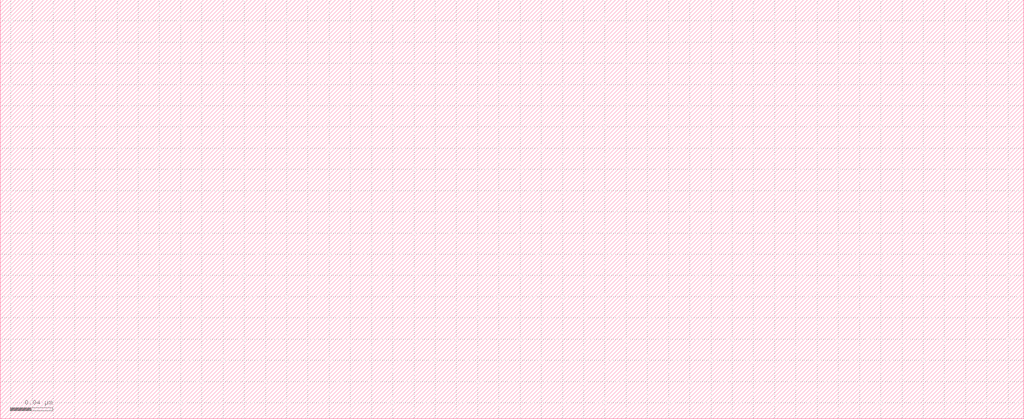
<source format=lef>
# Copyright 2020 The SkyWater PDK Authors
#
# Licensed under the Apache License, Version 2.0 (the "License");
# you may not use this file except in compliance with the License.
# You may obtain a copy of the License at
#
#     https://www.apache.org/licenses/LICENSE-2.0
#
# Unless required by applicable law or agreed to in writing, software
# distributed under the License is distributed on an "AS IS" BASIS,
# WITHOUT WARRANTIES OR CONDITIONS OF ANY KIND, either express or implied.
# See the License for the specific language governing permissions and
# limitations under the License.
#
# SPDX-License-Identifier: Apache-2.0

VERSION 5.7 ;
  NOWIREEXTENSIONATPIN ON ;
  DIVIDERCHAR "/" ;
  BUSBITCHARS "[]" ;
MACRO sky130_fd_bd_sram__sram_sp_cell_p1_serifs
  CLASS BLOCK ;
  FOREIGN sky130_fd_bd_sram__sram_sp_cell_p1_serifs ;
  ORIGIN -0.010000 -0.125000 ;
  SIZE  0.965000 BY  0.395000 ;
END sky130_fd_bd_sram__sram_sp_cell_p1_serifs
END LIBRARY

</source>
